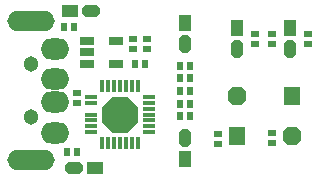
<source format=gts>
G04*
G04 #@! TF.GenerationSoftware,Altium Limited,Altium Designer,18.1.9 (240)*
G04*
G04 Layer_Color=8388736*
%FSLAX25Y25*%
%MOIN*%
G70*
G01*
G75*
%ADD28P,0.12804X8X292.5*%
%ADD29R,0.02375X0.02769*%
%ADD30R,0.02769X0.02375*%
%ADD31R,0.04147X0.01784*%
%ADD32R,0.01784X0.04147*%
%ADD33R,0.04737X0.02769*%
%ADD34R,0.04300X0.05800*%
G04:AMPARAMS|DCode=35|XSize=58mil|YSize=43mil|CornerRadius=0mil|HoleSize=0mil|Usage=FLASHONLY|Rotation=270.000|XOffset=0mil|YOffset=0mil|HoleType=Round|Shape=Octagon|*
%AMOCTAGOND35*
4,1,8,-0.01075,-0.02900,0.01075,-0.02900,0.02150,-0.01825,0.02150,0.01825,0.01075,0.02900,-0.01075,0.02900,-0.02150,0.01825,-0.02150,-0.01825,-0.01075,-0.02900,0.0*
%
%ADD35OCTAGOND35*%

%ADD36R,0.05800X0.04300*%
G04:AMPARAMS|DCode=37|XSize=58mil|YSize=43mil|CornerRadius=0mil|HoleSize=0mil|Usage=FLASHONLY|Rotation=180.000|XOffset=0mil|YOffset=0mil|HoleType=Round|Shape=Octagon|*
%AMOCTAGOND37*
4,1,8,-0.02900,0.01075,-0.02900,-0.01075,-0.01825,-0.02150,0.01825,-0.02150,0.02900,-0.01075,0.02900,0.01075,0.01825,0.02150,-0.01825,0.02150,-0.02900,0.01075,0.0*
%
%ADD37OCTAGOND37*%

G04:AMPARAMS|DCode=38|XSize=63mil|YSize=58mil|CornerRadius=0mil|HoleSize=0mil|Usage=FLASHONLY|Rotation=270.000|XOffset=0mil|YOffset=0mil|HoleType=Round|Shape=Octagon|*
%AMOCTAGOND38*
4,1,8,-0.01450,-0.03150,0.01450,-0.03150,0.02900,-0.01700,0.02900,0.01700,0.01450,0.03150,-0.01450,0.03150,-0.02900,0.01700,-0.02900,-0.01700,-0.01450,-0.03150,0.0*
%
%ADD38OCTAGOND38*%

%ADD39R,0.05800X0.06300*%
%ADD40C,0.05131*%
%ADD41O,0.15800X0.06800*%
%ADD42O,0.09461X0.07099*%
D28*
X141100Y187600D02*
D03*
D29*
X164471Y187000D02*
D03*
X161125D02*
D03*
X164471Y191200D02*
D03*
X161125D02*
D03*
X164471Y203900D02*
D03*
X161125D02*
D03*
X164471Y199700D02*
D03*
X161125D02*
D03*
X123429Y175100D02*
D03*
X126775D02*
D03*
X161129Y195500D02*
D03*
X164475D02*
D03*
X125871Y216800D02*
D03*
X122525D02*
D03*
X145929Y204400D02*
D03*
X149472Y204400D02*
D03*
D30*
X145500Y209357D02*
D03*
X145500Y212900D02*
D03*
X150100Y209357D02*
D03*
X150100Y212900D02*
D03*
X126775Y191600D02*
D03*
Y194947D02*
D03*
X185900Y211129D02*
D03*
Y214475D02*
D03*
X191800Y211229D02*
D03*
Y214575D02*
D03*
X203800Y211129D02*
D03*
Y214475D02*
D03*
X191600Y178129D02*
D03*
Y181475D02*
D03*
X173700Y177729D02*
D03*
Y181075D02*
D03*
D31*
X150647Y193506D02*
D03*
Y191537D02*
D03*
Y189568D02*
D03*
Y187600D02*
D03*
Y185632D02*
D03*
Y183663D02*
D03*
Y181694D02*
D03*
X131553D02*
D03*
Y183663D02*
D03*
Y185632D02*
D03*
Y187600D02*
D03*
Y191537D02*
D03*
Y193506D02*
D03*
D32*
X147005Y178053D02*
D03*
X145037D02*
D03*
X143069D02*
D03*
X141100D02*
D03*
X139131D02*
D03*
X137163D02*
D03*
X135195D02*
D03*
Y197147D02*
D03*
X137163D02*
D03*
X139131D02*
D03*
X141100D02*
D03*
X143069D02*
D03*
X145037D02*
D03*
X147005D02*
D03*
D33*
X139649Y204560D02*
D03*
Y212040D02*
D03*
X130200Y208300D02*
D03*
Y212040D02*
D03*
Y204560D02*
D03*
D34*
X180026Y216300D02*
D03*
X197726Y216400D02*
D03*
X162800Y172700D02*
D03*
Y218100D02*
D03*
D35*
X180026Y209299D02*
D03*
X197726Y209400D02*
D03*
X162800Y179700D02*
D03*
Y211100D02*
D03*
D36*
X132600Y169700D02*
D03*
X124500Y222200D02*
D03*
D37*
X125600Y169700D02*
D03*
X131500Y222200D02*
D03*
D38*
X198300Y180450D02*
D03*
X180200Y193800D02*
D03*
D39*
X198300Y193950D02*
D03*
X180200Y180300D02*
D03*
D40*
X111500Y204500D02*
D03*
Y186784D02*
D03*
D41*
Y218870D02*
D03*
Y172413D02*
D03*
D42*
X119374Y209590D02*
D03*
Y199527D02*
D03*
Y191653D02*
D03*
Y181590D02*
D03*
M02*

</source>
